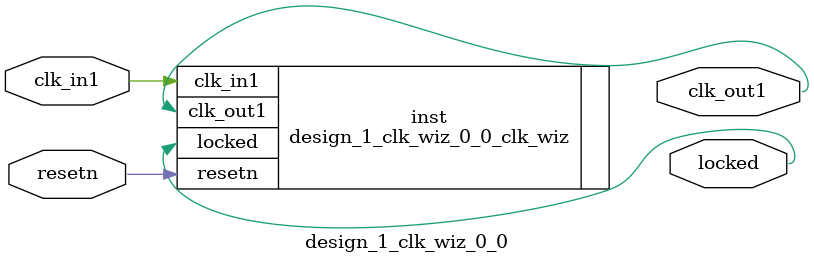
<source format=v>


`timescale 1ps/1ps

(* CORE_GENERATION_INFO = "design_1_clk_wiz_0_0,clk_wiz_v6_0_4_0_0,{component_name=design_1_clk_wiz_0_0,use_phase_alignment=true,use_min_o_jitter=false,use_max_i_jitter=false,use_dyn_phase_shift=false,use_inclk_switchover=false,use_dyn_reconfig=false,enable_axi=0,feedback_source=FDBK_AUTO,PRIMITIVE=MMCM,num_out_clk=1,clkin1_period=10.000,clkin2_period=10.000,use_power_down=false,use_reset=true,use_locked=true,use_inclk_stopped=false,feedback_type=SINGLE,CLOCK_MGR_TYPE=NA,manual_override=false}" *)

module design_1_clk_wiz_0_0 
 (
  // Clock out ports
  output        clk_out1,
  // Status and control signals
  input         resetn,
  output        locked,
 // Clock in ports
  input         clk_in1
 );

  design_1_clk_wiz_0_0_clk_wiz inst
  (
  // Clock out ports  
  .clk_out1(clk_out1),
  // Status and control signals               
  .resetn(resetn), 
  .locked(locked),
 // Clock in ports
  .clk_in1(clk_in1)
  );

endmodule

</source>
